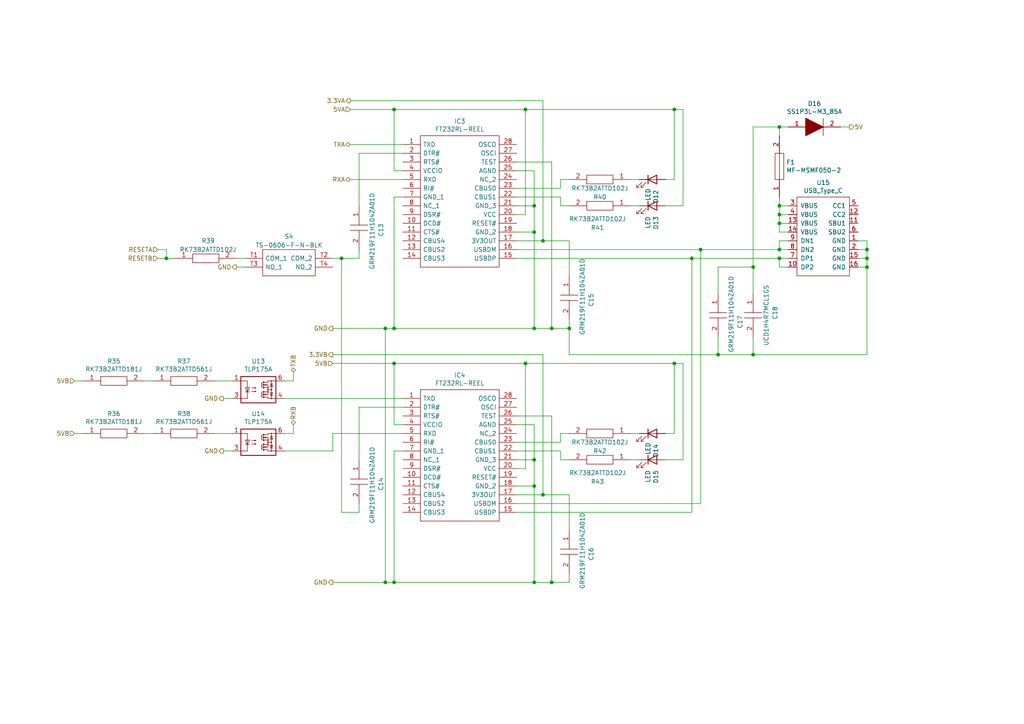
<source format=kicad_sch>
(kicad_sch (version 20230121) (generator eeschema)
  (paper "A4")
  (title_block (title "Bidirectional Serial Communication System") (date "2021-08-24") (company "Kaiyo Academy Robot Club") (comment 1 "Made by Mitsuyoshi Sugaya (Rescue department manager 12th)") (comment 2 "Kaiyo Academy Robot Club") (comment 3 "2021 Common Project") (comment 4 "RN4024 comunication module"))
  (lib_symbols
    (symbol "BSCS USB Type C:USB_Type_C" (pin_names (offset 1.016))
      (property "Reference" "U" (at 0 12.7 0))
      (property "Value" "USB_Type_C" (at 0 15.24 0))
      (symbol "USB_Type_C_0_1"
        (rectangle (start -7.62 11.43) (end 7.62 -11.43))
      )
      (symbol "USB_Type_C_1_1"
        (pin passive line (at 10.16 -1.27 180) (length 2.54) (name "GND") (number "1"))
        (pin passive line (at -10.16 -8.89 0) (length 2.54) (name "DP2") (number "10"))
        (pin passive line (at 10.16 3.81 180) (length 2.54) (name "SBU1") (number "11"))
        (pin passive line (at 10.16 6.35 180) (length 2.54) (name "CC2") (number "12"))
        (pin passive line (at -10.16 3.81 0) (length 2.54) (name "VBUS") (number "13"))
        (pin passive line (at -10.16 1.27 0) (length 2.54) (name "VBUS") (number "14"))
        (pin passive line (at 10.16 -6.35 180) (length 2.54) (name "GND") (number "15"))
        (pin passive line (at 10.16 -8.89 180) (length 2.54) (name "GND") (number "16"))
        (pin passive line (at 10.16 -3.81 180) (length 2.54) (name "GND") (number "2"))
        (pin passive line (at -10.16 8.89 0) (length 2.54) (name "VBUS") (number "3"))
        (pin passive line (at -10.16 6.35 0) (length 2.54) (name "VBUS") (number "4"))
        (pin passive line (at 10.16 8.89 180) (length 2.54) (name "CC1") (number "5"))
        (pin passive line (at 10.16 1.27 180) (length 2.54) (name "SBU2") (number "6"))
        (pin passive line (at -10.16 -6.35 0) (length 2.54) (name "DP1") (number "7"))
        (pin passive line (at -10.16 -3.81 0) (length 2.54) (name "DN2") (number "8"))
        (pin passive line (at -10.16 -1.27 0) (length 2.54) (name "DN1") (number "9"))
      )
    )
    (symbol "Device:LED" (pin_numbers hide) (pin_names (offset 1.016) hide)
      (property "Reference" "D" (at 0 2.54 0))
      (property "Value" "LED" (at 0 -2.54 0))
      (symbol "LED_0_1"
        (polyline (pts (xy -1.27 -1.27) (xy -1.27 1.27)) (stroke (width 0.254)))
        (polyline (pts (xy -1.27 0) (xy 1.27 0)))
        (polyline (pts (xy 1.27 -1.27) (xy 1.27 1.27) (xy -1.27 0) (xy 1.27 -1.27)) (stroke (width 0.254)))
        (polyline (pts (xy -3.048 -0.762) (xy -4.572 -2.286) (xy -3.81 -2.286) (xy -4.572 -2.286) (xy -4.572 -1.524)))
        (polyline (pts (xy -1.778 -0.762) (xy -3.302 -2.286) (xy -2.54 -2.286) (xy -3.302 -2.286) (xy -3.302 -1.524)))
      )
      (symbol "LED_1_1"
        (pin passive line (at -3.81 0 0) (length 2.54) (name "K") (number "1"))
        (pin passive line (at 3.81 0 180) (length 2.54) (name "A") (number "2"))
      )
    )
    (symbol "Relay_SolidState:TLP175A"
      (property "Reference" "U14" (at 0 8.255 0))
      (property "Value" "TLP175A" (at 0 5.9436 0))
      (symbol "TLP175A_0_1"
        (rectangle (start -5.08 3.81) (end 5.08 -3.81) (stroke (width 0.254)))
        (polyline (pts (xy -3.81 -0.635) (xy -2.54 -0.635)))
        (polyline (pts (xy 1.016 -0.635) (xy 1.016 -2.159)) (stroke (width 0.2032)))
        (polyline (pts (xy 1.016 2.159) (xy 1.016 0.635)) (stroke (width 0.2032)))
        (polyline (pts (xy 1.524 -0.508) (xy 1.524 -0.762)) (stroke (width 0.3556)))
        (polyline (pts (xy 2.794 0) (xy 3.81 0)))
        (polyline (pts (xy 3.429 -1.651) (xy 4.191 -1.651)))
        (polyline (pts (xy 3.429 1.651) (xy 4.191 1.651)))
        (polyline (pts (xy 3.81 -2.54) (xy 3.81 2.54)))
        (polyline (pts (xy 1.524 -2.032) (xy 1.524 -2.286) (xy 1.524 -2.286)) (stroke (width 0.3556)))
        (polyline (pts (xy 1.524 -1.27) (xy 1.524 -1.524) (xy 1.524 -1.524)) (stroke (width 0.3556)))
        (polyline (pts (xy 1.524 0.762) (xy 1.524 0.508) (xy 1.524 0.508)) (stroke (width 0.3556)))
        (polyline (pts (xy 1.524 1.524) (xy 1.524 1.27) (xy 1.524 1.27)) (stroke (width 0.3556)))
        (polyline (pts (xy 1.524 2.286) (xy 1.524 2.032) (xy 1.524 2.032)) (stroke (width 0.3556)))
        (polyline (pts (xy 1.651 -1.397) (xy 2.794 -1.397) (xy 2.794 -0.635)))
        (polyline (pts (xy 1.651 1.397) (xy 2.794 1.397) (xy 2.794 0.635)))
        (polyline (pts (xy -5.08 2.54) (xy -3.175 2.54) (xy -3.175 -2.54) (xy -5.08 -2.54)))
        (polyline (pts (xy -3.175 -0.635) (xy -3.81 0.635) (xy -2.54 0.635) (xy -3.175 -0.635)))
        (polyline (pts (xy 1.651 -2.159) (xy 2.794 -2.159) (xy 2.794 -2.54) (xy 5.08 -2.54)))
        (polyline (pts (xy 1.651 -0.635) (xy 2.794 -0.635) (xy 2.794 0.635) (xy 1.651 0.635)))
        (polyline (pts (xy 1.651 2.159) (xy 2.794 2.159) (xy 2.794 2.54) (xy 5.08 2.54)))
        (polyline (pts (xy 1.778 -1.397) (xy 2.286 -1.27) (xy 2.286 -1.524) (xy 1.778 -1.397)))
        (polyline (pts (xy 1.778 1.397) (xy 2.286 1.524) (xy 2.286 1.27) (xy 1.778 1.397)))
        (polyline (pts (xy 3.81 -1.651) (xy 3.429 -0.889) (xy 4.191 -0.889) (xy 3.81 -1.651)))
        (polyline (pts (xy 3.81 1.651) (xy 3.429 0.889) (xy 4.191 0.889) (xy 3.81 1.651)))
        (polyline (pts (xy -1.905 -0.508) (xy -0.635 -0.508) (xy -1.016 -0.635) (xy -1.016 -0.381) (xy -0.635 -0.508)))
        (polyline (pts (xy -1.905 0.508) (xy -0.635 0.508) (xy -1.016 0.381) (xy -1.016 0.635) (xy -0.635 0.508)))
        (circle (center 2.794 -0.635) (radius 0.127))
        (circle (center 2.794 0) (radius 0.127))
        (circle (center 2.794 0.635) (radius 0.127))
        (circle (center 3.81 -2.54) (radius 0.127))
        (circle (center 3.81 0) (radius 0.127))
        (circle (center 3.81 2.54) (radius 0.127))
      )
      (symbol "TLP175A_1_1"
        (pin passive line (at -7.62 2.54 0) (length 2.54) (name "~") (number "1"))
        (pin passive line (at -7.62 -2.54 0) (length 2.54) (name "~") (number "3"))
        (pin passive line (at 7.62 -2.54 180) (length 2.54) (name "~") (number "4"))
        (pin passive line (at 7.62 2.54 180) (length 2.54) (name "~") (number "6"))
      )
    )
    (symbol "SamacSys_Parts:FT232RL-REEL" (pin_names (offset 0.762))
      (property "Reference" "IC" (at 29.21 7.62 0))
      (property "Value" "SamacSys_Parts_FT232RL-REEL" (at 29.21 5.08 0))
      (symbol "FT232RL-REEL_0_0"
        (pin passive line (at 0 0 0) (length 5.08) (name "TXD") (number "1"))
        (pin passive line (at 0 -22.86 0) (length 5.08) (name "DCD#") (number "10"))
        (pin passive line (at 0 -25.4 0) (length 5.08) (name "CTS#") (number "11"))
        (pin passive line (at 0 -27.94 0) (length 5.08) (name "CBUS4") (number "12"))
        (pin passive line (at 0 -30.48 0) (length 5.08) (name "CBUS2") (number "13"))
        (pin passive line (at 0 -33.02 0) (length 5.08) (name "CBUS3") (number "14"))
        (pin passive line (at 33.02 -33.02 180) (length 5.08) (name "USBDP") (number "15"))
        (pin passive line (at 33.02 -30.48 180) (length 5.08) (name "USBDM") (number "16"))
        (pin passive line (at 33.02 -27.94 180) (length 5.08) (name "3V3OUT") (number "17"))
        (pin passive line (at 33.02 -25.4 180) (length 5.08) (name "GND_2") (number "18"))
        (pin passive line (at 33.02 -22.86 180) (length 5.08) (name "RESET#") (number "19"))
        (pin passive line (at 0 -2.54 0) (length 5.08) (name "DTR#") (number "2"))
        (pin passive line (at 33.02 -20.32 180) (length 5.08) (name "VCC") (number "20"))
        (pin passive line (at 33.02 -17.78 180) (length 5.08) (name "GND_3") (number "21"))
        (pin passive line (at 33.02 -15.24 180) (length 5.08) (name "CBUS1") (number "22"))
        (pin passive line (at 33.02 -12.7 180) (length 5.08) (name "CBUS0") (number "23"))
        (pin passive line (at 33.02 -10.16 180) (length 5.08) (name "NC_2") (number "24"))
        (pin passive line (at 33.02 -7.62 180) (length 5.08) (name "AGND") (number "25"))
        (pin passive line (at 33.02 -5.08 180) (length 5.08) (name "TEST") (number "26"))
        (pin passive line (at 33.02 -2.54 180) (length 5.08) (name "OSCI") (number "27"))
        (pin passive line (at 33.02 0 180) (length 5.08) (name "OSCO") (number "28"))
        (pin passive line (at 0 -5.08 0) (length 5.08) (name "RTS#") (number "3"))
        (pin passive line (at 0 -7.62 0) (length 5.08) (name "VCCIO") (number "4"))
        (pin passive line (at 0 -10.16 0) (length 5.08) (name "RXD") (number "5"))
        (pin passive line (at 0 -12.7 0) (length 5.08) (name "RI#") (number "6"))
        (pin passive line (at 0 -15.24 0) (length 5.08) (name "GND_1") (number "7"))
        (pin passive line (at 0 -17.78 0) (length 5.08) (name "NC_1") (number "8"))
        (pin passive line (at 0 -20.32 0) (length 5.08) (name "DSR#") (number "9"))
      )
      (symbol "FT232RL-REEL_0_1"
        (polyline (pts (xy 5.08 2.54) (xy 27.94 2.54) (xy 27.94 -35.56) (xy 5.08 -35.56) (xy 5.08 2.54)) (stroke (width 0.1524)))
      )
    )
    (symbol "SamacSys_Parts:GRM219F11H104ZA01D" (pin_names (offset 0.762))
      (property "Reference" "C" (at 8.89 6.35 0))
      (property "Value" "SamacSys_Parts_GRM219F11H104ZA01D" (at 8.89 3.81 0))
      (symbol "GRM219F11H104ZA01D_0_0"
        (pin passive line (at 0 0 0) (length 5.08) (name "~") (number "1"))
        (pin passive line (at 12.7 0 180) (length 5.08) (name "~") (number "2"))
      )
      (symbol "GRM219F11H104ZA01D_0_1"
        (polyline (pts (xy 5.08 0) (xy 5.588 0)) (stroke (width 0.1524)))
        (polyline (pts (xy 5.588 2.54) (xy 5.588 -2.54)) (stroke (width 0.1524)))
        (polyline (pts (xy 7.112 0) (xy 7.62 0)) (stroke (width 0.1524)))
        (polyline (pts (xy 7.112 2.54) (xy 7.112 -2.54)) (stroke (width 0.1524)))
      )
    )
    (symbol "SamacSys_Parts:MF-MSMF050-2" (pin_names (offset 0.762))
      (property "Reference" "F" (at 13.97 6.35 0))
      (property "Value" "SamacSys_Parts_MF-MSMF050-2" (at 13.97 3.81 0))
      (symbol "MF-MSMF050-2_0_0"
        (pin passive line (at 0 0 0) (length 5.08) (name "~") (number "1"))
        (pin passive line (at 17.78 0 180) (length 5.08) (name "~") (number "2"))
      )
      (symbol "MF-MSMF050-2_0_1"
        (polyline (pts (xy 5.08 0) (xy 12.7 0)) (stroke (width 0.1524)))
        (polyline (pts (xy 5.08 1.27) (xy 12.7 1.27) (xy 12.7 -1.27) (xy 5.08 -1.27) (xy 5.08 1.27)) (stroke (width 0.1524)))
      )
    )
    (symbol "SamacSys_Parts:RK73B2ATTD102J" (pin_names (offset 0.762))
      (property "Reference" "R" (at 13.97 6.35 0))
      (property "Value" "SamacSys_Parts_RK73B2ATTD102J" (at 13.97 3.81 0))
      (symbol "RK73B2ATTD102J_0_0"
        (pin passive line (at 0 0 0) (length 5.08) (name "~") (number "1"))
        (pin passive line (at 17.78 0 180) (length 5.08) (name "~") (number "2"))
      )
      (symbol "RK73B2ATTD102J_0_1"
        (polyline (pts (xy 5.08 1.27) (xy 12.7 1.27) (xy 12.7 -1.27) (xy 5.08 -1.27) (xy 5.08 1.27)) (stroke (width 0.1524)))
      )
    )
    (symbol "SamacSys_Parts:RK73B2ATTD181J" (pin_names (offset 0.762))
      (property "Reference" "R" (at 13.97 6.35 0))
      (property "Value" "SamacSys_Parts_RK73B2ATTD181J" (at 13.97 3.81 0))
      (symbol "RK73B2ATTD181J_0_0"
        (pin passive line (at 0 0 0) (length 5.08) (name "~") (number "1"))
        (pin passive line (at 17.78 0 180) (length 5.08) (name "~") (number "2"))
      )
      (symbol "RK73B2ATTD181J_0_1"
        (polyline (pts (xy 5.08 1.27) (xy 12.7 1.27) (xy 12.7 -1.27) (xy 5.08 -1.27) (xy 5.08 1.27)) (stroke (width 0.1524)))
      )
    )
    (symbol "SamacSys_Parts:RK73B2ATTD561J" (pin_names (offset 0.762))
      (property "Reference" "R" (at 13.97 6.35 0))
      (property "Value" "SamacSys_Parts_RK73B2ATTD561J" (at 13.97 3.81 0))
      (symbol "RK73B2ATTD561J_0_0"
        (pin passive line (at 0 0 0) (length 5.08) (name "~") (number "1"))
        (pin passive line (at 17.78 0 180) (length 5.08) (name "~") (number "2"))
      )
      (symbol "RK73B2ATTD561J_0_1"
        (polyline (pts (xy 5.08 1.27) (xy 12.7 1.27) (xy 12.7 -1.27) (xy 5.08 -1.27) (xy 5.08 1.27)) (stroke (width 0.1524)))
      )
    )
    (symbol "SamacSys_Parts:SS1P3L-M3_85A" (pin_names (offset 0.762))
      (property "Reference" "D" (at 11.43 5.08 0))
      (property "Value" "SamacSys_Parts_SS1P3L-M3_85A" (at 11.43 2.54 0))
      (symbol "SS1P3L-M3_85A_0_0"
        (pin passive line (at 15.24 0 180) (length 5.08) (name "~") (number "1"))
        (pin passive line (at 0 0 0) (length 5.08) (name "~") (number "2"))
      )
      (symbol "SS1P3L-M3_85A_0_1"
        (polyline (pts (xy 5.08 2.54) (xy 5.08 -2.54)) (stroke (width 0.1524)))
        (polyline (pts (xy 5.08 0) (xy 10.16 2.54) (xy 10.16 -2.54) (xy 5.08 0)) (stroke (width 0.254)) (fill (type outline)))
      )
    )
    (symbol "SamacSys_Parts:TS-0606-F-N-BLK" (pin_names (offset 0.762))
      (property "Reference" "S" (at 12.7 6.35 0))
      (property "Value" "SamacSys_Parts_TS-0606-F-N-BLK" (at 3.81 3.81 0))
      (symbol "TS-0606-F-N-BLK_0_0"
        (pin passive line (at 0 0 0) (length 5.08) (name "COM_1") (number "T1"))
        (pin passive line (at 25.4 0 180) (length 5.08) (name "COM_2") (number "T2"))
        (pin passive line (at 0 -2.54 0) (length 5.08) (name "NO_1") (number "T3"))
        (pin passive line (at 25.4 -2.54 180) (length 5.08) (name "NO_2") (number "T4"))
      )
      (symbol "TS-0606-F-N-BLK_0_1"
        (rectangle (start 5.08 2.54) (end 20.32 -5.08))
      )
    )
    (symbol "SamacSys_Parts:UCD1H4R7MCL1GS" (pin_names (offset 0.762))
      (property "Reference" "C" (at 8.89 6.35 0))
      (property "Value" "SamacSys_Parts_UCD1H4R7MCL1GS" (at 8.89 3.81 0))
      (symbol "UCD1H4R7MCL1GS_0_0"
        (pin passive line (at 0 0 0) (length 5.08) (name "~") (number "1"))
        (pin passive line (at 12.7 0 180) (length 5.08) (name "~") (number "2"))
      )
      (symbol "UCD1H4R7MCL1GS_0_1"
        (polyline (pts (xy 5.08 0) (xy 5.588 0)) (stroke (width 0.1524)))
        (polyline (pts (xy 5.588 2.54) (xy 5.588 -2.54)) (stroke (width 0.1524)))
        (polyline (pts (xy 7.112 0) (xy 7.62 0)) (stroke (width 0.1524)))
        (polyline (pts (xy 7.112 2.54) (xy 7.112 -2.54)) (stroke (width 0.1524)))
      )
    )
    (symbol "TLP175A_1"
      (property "Reference" "U13" (at 0 8.255 0))
      (property "Value" "TLP175A" (at 0 5.9436 0))
      (symbol "TLP175A_1_0_1"
        (rectangle (start -5.08 3.81) (end 5.08 -3.81) (stroke (width 0.254)))
        (polyline (pts (xy -3.81 -0.635) (xy -2.54 -0.635)))
        (polyline (pts (xy 1.016 -0.635) (xy 1.016 -2.159)) (stroke (width 0.2032)))
        (polyline (pts (xy 1.016 2.159) (xy 1.016 0.635)) (stroke (width 0.2032)))
        (polyline (pts (xy 1.524 -0.508) (xy 1.524 -0.762)) (stroke (width 0.3556)))
        (polyline (pts (xy 2.794 0) (xy 3.81 0)))
        (polyline (pts (xy 3.429 -1.651) (xy 4.191 -1.651)))
        (polyline (pts (xy 3.429 1.651) (xy 4.191 1.651)))
        (polyline (pts (xy 3.81 -2.54) (xy 3.81 2.54)))
        (polyline (pts (xy 1.524 -2.032) (xy 1.524 -2.286) (xy 1.524 -2.286)) (stroke (width 0.3556)))
        (polyline (pts (xy 1.524 -1.27) (xy 1.524 -1.524) (xy 1.524 -1.524)) (stroke (width 0.3556)))
        (polyline (pts (xy 1.524 0.762) (xy 1.524 0.508) (xy 1.524 0.508)) (stroke (width 0.3556)))
        (polyline (pts (xy 1.524 1.524) (xy 1.524 1.27) (xy 1.524 1.27)) (stroke (width 0.3556)))
        (polyline (pts (xy 1.524 2.286) (xy 1.524 2.032) (xy 1.524 2.032)) (stroke (width 0.3556)))
        (polyline (pts (xy 1.651 -1.397) (xy 2.794 -1.397) (xy 2.794 -0.635)))
        (polyline (pts (xy 1.651 1.397) (xy 2.794 1.397) (xy 2.794 0.635)))
        (polyline (pts (xy -5.08 2.54) (xy -3.175 2.54) (xy -3.175 -2.54) (xy -5.08 -2.54)))
        (polyline (pts (xy -3.175 -0.635) (xy -3.81 0.635) (xy -2.54 0.635) (xy -3.175 -0.635)))
        (polyline (pts (xy 1.651 -2.159) (xy 2.794 -2.159) (xy 2.794 -2.54) (xy 5.08 -2.54)))
        (polyline (pts (xy 1.651 -0.635) (xy 2.794 -0.635) (xy 2.794 0.635) (xy 1.651 0.635)))
        (polyline (pts (xy 1.651 2.159) (xy 2.794 2.159) (xy 2.794 2.54) (xy 5.08 2.54)))
        (polyline (pts (xy 1.778 -1.397) (xy 2.286 -1.27) (xy 2.286 -1.524) (xy 1.778 -1.397)))
        (polyline (pts (xy 1.778 1.397) (xy 2.286 1.524) (xy 2.286 1.27) (xy 1.778 1.397)))
        (polyline (pts (xy 3.81 -1.651) (xy 3.429 -0.889) (xy 4.191 -0.889) (xy 3.81 -1.651)))
        (polyline (pts (xy 3.81 1.651) (xy 3.429 0.889) (xy 4.191 0.889) (xy 3.81 1.651)))
        (polyline (pts (xy -1.905 -0.508) (xy -0.635 -0.508) (xy -1.016 -0.635) (xy -1.016 -0.381) (xy -0.635 -0.508)))
        (polyline (pts (xy -1.905 0.508) (xy -0.635 0.508) (xy -1.016 0.381) (xy -1.016 0.635) (xy -0.635 0.508)))
        (circle (center 2.794 -0.635) (radius 0.127))
        (circle (center 2.794 0) (radius 0.127))
        (circle (center 2.794 0.635) (radius 0.127))
        (circle (center 3.81 -2.54) (radius 0.127))
        (circle (center 3.81 0) (radius 0.127))
        (circle (center 3.81 2.54) (radius 0.127))
      )
      (symbol "TLP175A_1_1_1"
        (pin passive line (at -7.62 2.54 0) (length 2.54) (name "~") (number "1"))
        (pin passive line (at -7.62 -2.54 0) (length 2.54) (name "~") (number "3"))
        (pin passive line (at 7.62 -2.54 180) (length 2.54) (name "~") (number "4"))
        (pin passive line (at 7.62 2.54 180) (length 2.54) (name "~") (number "6"))
      )
    )
  )
  (junction (at 226.06 36.83))
  (junction (at 114.3 95.25))
  (junction (at 226.06 74.93))
  (junction (at 160.02 168.91))
  (junction (at 226.06 64.77))
  (junction (at 114.3 105.41))
  (junction (at 203.2 72.39))
  (junction (at 154.94 95.25))
  (junction (at 226.06 62.23))
  (junction (at 48.26 74.93))
  (junction (at 114.3 31.75))
  (junction (at 154.94 59.69))
  (junction (at 154.94 67.31))
  (junction (at 157.48 143.51))
  (junction (at 218.44 77.47))
  (junction (at 165.1 95.25))
  (junction (at 111.76 95.25))
  (junction (at 251.46 77.47))
  (junction (at 157.48 69.85))
  (junction (at 111.76 168.91))
  (junction (at 208.28 102.87))
  (junction (at 195.58 31.75))
  (junction (at 152.4 31.75))
  (junction (at 200.66 74.93))
  (junction (at 154.94 168.91))
  (junction (at 251.46 74.93))
  (junction (at 195.58 105.41))
  (junction (at 218.44 102.87))
  (junction (at 152.4 105.41))
  (junction (at 160.02 95.25))
  (junction (at 154.94 140.97))
  (junction (at 114.3 168.91))
  (junction (at 226.06 59.69))
  (junction (at 251.46 72.39))
  (junction (at 226.06 72.39))
  (junction (at 99.06 74.93))
  (junction (at 154.94 133.35))
  (wire (pts (xy 149.86 148.59) (xy 200.66 148.59)))
  (wire (pts (xy 251.46 69.85) (xy 251.46 72.39)))
  (wire (pts (xy 101.6 29.21) (xy 157.48 29.21)))
  (wire (pts (xy 165.1 80.01) (xy 165.1 69.85)))
  (wire (pts (xy 154.94 95.25) (xy 160.02 95.25)))
  (wire (pts (xy 251.46 72.39) (xy 251.46 74.93)))
  (wire (pts (xy 96.52 125.73) (xy 116.84 125.73)))
  (wire (pts (xy 228.6 74.93) (xy 226.06 74.93)))
  (wire (pts (xy 149.86 57.15) (xy 162.56 57.15)))
  (wire (pts (xy 195.58 105.41) (xy 195.58 125.73)))
  (wire (pts (xy 21.59 110.49) (xy 24.13 110.49)))
  (wire (pts (xy 154.94 140.97) (xy 154.94 133.35)))
  (wire (pts (xy 149.86 69.85) (xy 157.48 69.85)))
  (wire (pts (xy 226.06 64.77) (xy 226.06 67.31)))
  (wire (pts (xy 99.06 74.93) (xy 99.06 148.59)))
  (wire (pts (xy 182.88 59.69) (xy 185.42 59.69)))
  (wire (pts (xy 114.3 130.81) (xy 114.3 168.91)))
  (wire (pts (xy 182.88 52.07) (xy 185.42 52.07)))
  (wire (pts (xy 160.02 120.65) (xy 160.02 168.91)))
  (wire (pts (xy 226.06 36.83) (xy 228.6 36.83)))
  (wire (pts (xy 182.88 133.35) (xy 185.42 133.35)))
  (wire (pts (xy 114.3 31.75) (xy 152.4 31.75)))
  (wire (pts (xy 114.3 49.53) (xy 116.84 49.53)))
  (wire (pts (xy 99.06 148.59) (xy 104.14 148.59)))
  (wire (pts (xy 226.06 36.83) (xy 226.06 39.37)))
  (wire (pts (xy 41.91 125.73) (xy 44.45 125.73)))
  (wire (pts (xy 101.6 41.91) (xy 116.84 41.91)))
  (wire (pts (xy 251.46 77.47) (xy 248.92 77.47)))
  (wire (pts (xy 200.66 148.59) (xy 200.66 74.93)))
  (wire (pts (xy 149.86 46.99) (xy 160.02 46.99)))
  (wire (pts (xy 251.46 102.87) (xy 251.46 77.47)))
  (wire (pts (xy 111.76 168.91) (xy 111.76 95.25)))
  (wire (pts (xy 162.56 130.81) (xy 162.56 133.35)))
  (wire (pts (xy 111.76 95.25) (xy 114.3 95.25)))
  (wire (pts (xy 96.52 102.87) (xy 157.48 102.87)))
  (wire (pts (xy 149.86 59.69) (xy 154.94 59.69)))
  (wire (pts (xy 96.52 74.93) (xy 99.06 74.93)))
  (wire (pts (xy 104.14 74.93) (xy 104.14 72.39)))
  (wire (pts (xy 228.6 62.23) (xy 226.06 62.23)))
  (wire (pts (xy 48.26 72.39) (xy 48.26 74.93)))
  (wire (pts (xy 114.3 57.15) (xy 116.84 57.15)))
  (wire (pts (xy 101.6 52.07) (xy 116.84 52.07)))
  (wire (pts (xy 195.58 105.41) (xy 152.4 105.41)))
  (wire (pts (xy 21.59 125.73) (xy 24.13 125.73)))
  (wire (pts (xy 104.14 59.69) (xy 104.14 44.45)))
  (wire (pts (xy 101.6 31.75) (xy 114.3 31.75)))
  (wire (pts (xy 226.06 69.85) (xy 226.06 72.39)))
  (wire (pts (xy 96.52 95.25) (xy 111.76 95.25)))
  (wire (pts (xy 157.48 102.87) (xy 157.48 143.51)))
  (wire (pts (xy 160.02 95.25) (xy 165.1 95.25)))
  (wire (pts (xy 67.31 130.81) (xy 64.77 130.81)))
  (wire (pts (xy 160.02 168.91) (xy 165.1 168.91)))
  (wire (pts (xy 96.52 168.91) (xy 111.76 168.91)))
  (wire (pts (xy 149.86 146.05) (xy 203.2 146.05)))
  (wire (pts (xy 162.56 128.27) (xy 162.56 125.73)))
  (wire (pts (xy 218.44 102.87) (xy 218.44 97.79)))
  (wire (pts (xy 149.86 49.53) (xy 154.94 49.53)))
  (wire (pts (xy 193.04 133.35) (xy 198.12 133.35)))
  (wire (pts (xy 67.31 115.57) (xy 64.77 115.57)))
  (wire (pts (xy 82.55 115.57) (xy 116.84 115.57)))
  (wire (pts (xy 243.84 36.83) (xy 246.38 36.83)))
  (wire (pts (xy 248.92 69.85) (xy 251.46 69.85)))
  (wire (pts (xy 154.94 168.91) (xy 160.02 168.91)))
  (wire (pts (xy 162.56 57.15) (xy 162.56 59.69)))
  (wire (pts (xy 248.92 74.93) (xy 251.46 74.93)))
  (wire (pts (xy 82.55 125.73) (xy 85.09 125.73)))
  (wire (pts (xy 114.3 31.75) (xy 114.3 49.53)))
  (wire (pts (xy 218.44 36.83) (xy 226.06 36.83)))
  (wire (pts (xy 208.28 77.47) (xy 218.44 77.47)))
  (wire (pts (xy 160.02 46.99) (xy 160.02 95.25)))
  (wire (pts (xy 96.52 130.81) (xy 96.52 125.73)))
  (wire (pts (xy 154.94 67.31) (xy 154.94 59.69)))
  (wire (pts (xy 45.72 74.93) (xy 48.26 74.93)))
  (wire (pts (xy 114.3 123.19) (xy 116.84 123.19)))
  (wire (pts (xy 149.86 120.65) (xy 160.02 120.65)))
  (wire (pts (xy 165.1 153.67) (xy 165.1 143.51)))
  (wire (pts (xy 152.4 31.75) (xy 152.4 62.23)))
  (wire (pts (xy 162.56 133.35) (xy 165.1 133.35)))
  (wire (pts (xy 154.94 67.31) (xy 154.94 95.25)))
  (wire (pts (xy 154.94 49.53) (xy 154.94 59.69)))
  (wire (pts (xy 195.58 31.75) (xy 195.58 52.07)))
  (wire (pts (xy 157.48 29.21) (xy 157.48 69.85)))
  (wire (pts (xy 226.06 72.39) (xy 228.6 72.39)))
  (wire (pts (xy 104.14 44.45) (xy 116.84 44.45)))
  (wire (pts (xy 48.26 74.93) (xy 50.8 74.93)))
  (wire (pts (xy 99.06 74.93) (xy 104.14 74.93)))
  (wire (pts (xy 165.1 102.87) (xy 208.28 102.87)))
  (wire (pts (xy 198.12 105.41) (xy 195.58 105.41)))
  (wire (pts (xy 114.3 168.91) (xy 154.94 168.91)))
  (wire (pts (xy 162.56 59.69) (xy 165.1 59.69)))
  (wire (pts (xy 248.92 72.39) (xy 251.46 72.39)))
  (wire (pts (xy 149.86 133.35) (xy 154.94 133.35)))
  (wire (pts (xy 218.44 102.87) (xy 251.46 102.87)))
  (wire (pts (xy 157.48 143.51) (xy 165.1 143.51)))
  (wire (pts (xy 218.44 77.47) (xy 218.44 85.09)))
  (wire (pts (xy 162.56 54.61) (xy 162.56 52.07)))
  (wire (pts (xy 198.12 31.75) (xy 195.58 31.75)))
  (wire (pts (xy 149.86 140.97) (xy 154.94 140.97)))
  (wire (pts (xy 198.12 59.69) (xy 198.12 31.75)))
  (wire (pts (xy 85.09 110.49) (xy 85.09 107.95)))
  (wire (pts (xy 193.04 59.69) (xy 198.12 59.69)))
  (wire (pts (xy 41.91 110.49) (xy 44.45 110.49)))
  (wire (pts (xy 96.52 105.41) (xy 114.3 105.41)))
  (wire (pts (xy 228.6 59.69) (xy 226.06 59.69)))
  (wire (pts (xy 226.06 59.69) (xy 226.06 57.15)))
  (wire (pts (xy 203.2 72.39) (xy 226.06 72.39)))
  (wire (pts (xy 208.28 97.79) (xy 208.28 102.87)))
  (wire (pts (xy 104.14 118.11) (xy 116.84 118.11)))
  (wire (pts (xy 203.2 72.39) (xy 203.2 146.05)))
  (wire (pts (xy 226.06 67.31) (xy 228.6 67.31)))
  (wire (pts (xy 228.6 69.85) (xy 226.06 69.85)))
  (wire (pts (xy 85.09 125.73) (xy 85.09 123.19)))
  (wire (pts (xy 226.06 59.69) (xy 226.06 62.23)))
  (wire (pts (xy 165.1 95.25) (xy 165.1 102.87)))
  (wire (pts (xy 152.4 31.75) (xy 195.58 31.75)))
  (wire (pts (xy 114.3 105.41) (xy 114.3 123.19)))
  (wire (pts (xy 62.23 110.49) (xy 67.31 110.49)))
  (wire (pts (xy 114.3 57.15) (xy 114.3 95.25)))
  (wire (pts (xy 149.86 54.61) (xy 162.56 54.61)))
  (wire (pts (xy 149.86 130.81) (xy 162.56 130.81)))
  (wire (pts (xy 162.56 52.07) (xy 165.1 52.07)))
  (wire (pts (xy 218.44 36.83) (xy 218.44 77.47)))
  (wire (pts (xy 251.46 74.93) (xy 251.46 77.47)))
  (wire (pts (xy 208.28 85.09) (xy 208.28 77.47)))
  (wire (pts (xy 182.88 125.73) (xy 185.42 125.73)))
  (wire (pts (xy 114.3 130.81) (xy 116.84 130.81)))
  (wire (pts (xy 226.06 62.23) (xy 226.06 64.77)))
  (wire (pts (xy 154.94 140.97) (xy 154.94 168.91)))
  (wire (pts (xy 68.58 74.93) (xy 71.12 74.93)))
  (wire (pts (xy 149.86 74.93) (xy 200.66 74.93)))
  (wire (pts (xy 198.12 133.35) (xy 198.12 105.41)))
  (wire (pts (xy 165.1 95.25) (xy 165.1 92.71)))
  (wire (pts (xy 149.86 143.51) (xy 157.48 143.51)))
  (wire (pts (xy 149.86 123.19) (xy 154.94 123.19)))
  (wire (pts (xy 165.1 168.91) (xy 165.1 166.37)))
  (wire (pts (xy 149.86 72.39) (xy 203.2 72.39)))
  (wire (pts (xy 45.72 72.39) (xy 48.26 72.39)))
  (wire (pts (xy 226.06 77.47) (xy 228.6 77.47)))
  (wire (pts (xy 111.76 168.91) (xy 114.3 168.91)))
  (wire (pts (xy 68.58 77.47) (xy 71.12 77.47)))
  (wire (pts (xy 62.23 125.73) (xy 67.31 125.73)))
  (wire (pts (xy 200.66 74.93) (xy 226.06 74.93)))
  (wire (pts (xy 193.04 125.73) (xy 195.58 125.73)))
  (wire (pts (xy 226.06 74.93) (xy 226.06 77.47)))
  (wire (pts (xy 228.6 64.77) (xy 226.06 64.77)))
  (wire (pts (xy 152.4 105.41) (xy 114.3 105.41)))
  (wire (pts (xy 149.86 128.27) (xy 162.56 128.27)))
  (wire (pts (xy 104.14 133.35) (xy 104.14 118.11)))
  (wire (pts (xy 152.4 135.89) (xy 149.86 135.89)))
  (wire (pts (xy 162.56 125.73) (xy 165.1 125.73)))
  (wire (pts (xy 82.55 110.49) (xy 85.09 110.49)))
  (wire (pts (xy 152.4 62.23) (xy 149.86 62.23)))
  (wire (pts (xy 193.04 52.07) (xy 195.58 52.07)))
  (wire (pts (xy 149.86 67.31) (xy 154.94 67.31)))
  (wire (pts (xy 104.14 148.59) (xy 104.14 146.05)))
  (wire (pts (xy 154.94 123.19) (xy 154.94 133.35)))
  (wire (pts (xy 208.28 102.87) (xy 218.44 102.87)))
  (wire (pts (xy 82.55 130.81) (xy 96.52 130.81)))
  (wire (pts (xy 157.48 69.85) (xy 165.1 69.85)))
  (wire (pts (xy 152.4 105.41) (xy 152.4 135.89)))
  (wire (pts (xy 114.3 95.25) (xy 154.94 95.25)))
  (hierarchical_label "GND" (shape output) (at 68.58 77.47 180))
  (hierarchical_label "GND" (shape output) (at 64.77 130.81 180))
  (hierarchical_label "GND" (shape output) (at 96.52 168.91 180))
  (hierarchical_label "TXB" (shape bidirectional) (at 85.09 107.95 90))
  (hierarchical_label "GND" (shape output) (at 96.52 95.25 180))
  (hierarchical_label "5VA" (shape input) (at 101.6 31.75 180))
  (hierarchical_label "5VB" (shape input) (at 96.52 105.41 180))
  (hierarchical_label "RESETA" (shape input) (at 45.72 72.39 180))
  (hierarchical_label "5VB" (shape input) (at 21.59 125.73 180))
  (hierarchical_label "3.3VB" (shape output) (at 96.52 102.87 180))
  (hierarchical_label "RXA" (shape bidirectional) (at 101.6 52.07 180))
  (hierarchical_label "RXB" (shape bidirectional) (at 85.09 123.19 90))
  (hierarchical_label "5V" (shape output) (at 246.38 36.83 0))
  (hierarchical_label "3.3VA" (shape output) (at 101.6 29.21 180))
  (hierarchical_label "TXA" (shape bidirectional) (at 101.6 41.91 180))
  (hierarchical_label "GND" (shape output) (at 64.77 115.57 180))
  (hierarchical_label "5VB" (shape input) (at 21.59 110.49 180))
  (hierarchical_label "RESETB" (shape input) (at 45.72 74.93 180))
  (symbol (lib_id "BSCS USB Type C:USB_Type_C") (at 238.76 68.58 0) (unit 1)
    (property "Reference" "U15" (at 238.76 52.959 0))
    (property "Value" "USB_Type_C" (at 238.76 55.2704 0))
    (property "Footprint" "BSCS USB Type C:USB_Type_C" (effects hide))
  )
  (symbol (lib_id "SamacSys_Parts:MF-MSMF050-2") (at 226.06 57.15 90) (unit 1)
    (property "Reference" "F1" (at 228.0412 47.0916 90) (effects (justify right)))
    (property "Value" "MF-MSMF050-2" (at 228.0412 49.403 90) (effects (justify right)))
    (property "Footprint" "SamacSys_Parts:FUSC4632X85N" (effects hide))
    (property "Datasheet" "http://uk.rs-online.com/web/p/products/6478156P" (effects hide))
    (property "Description" "Fuse, PTC, Resettable, SMD, 1812, 500mA Bourns 0.5A Surface Mount Resettable Fuse, 15 V" (effects hide))
    (property "Height" "0.85" (effects hide))
    (property "RS Part Number" "6478156P" (effects hide))
    (property "RS Price/Stock" "http://uk.rs-online.com/web/p/products/6478156P" (effects hide))
    (property "Manufacturer_Name" "Bourns" (effects hide))
    (property "Manufacturer_Part_Number" "MF-MSMF050-2" (effects hide))
    (property "Allied_Number" "70153466" (effects hide))
  )
  (symbol (lib_id "SamacSys_Parts:UCD1H4R7MCL1GS") (at 218.44 85.09 270) (unit 1)
    (property "Reference" "C18" (at 224.79 92.71 0) (effects (justify right)))
    (property "Value" "UCD1H4R7MCL1GS" (at 222.25 100.33 0) (effects (justify right)))
    (property "Footprint" "SamacSys_Parts:CAPAE430X610N" (effects hide))
    (property "Description" "Nichicon 4.7uF 50 V dc Aluminium Electrolytic Capacitor, CD Series 2000h 4 (Dia.) x 5.8mm" (effects hide))
    (property "Height" "6.1" (effects hide))
    (property "Manufacturer_Name" "Nichicon" (effects hide))
    (property "Manufacturer_Part_Number" "UCD1H4R7MCL1GS" (effects hide))
  )
  (symbol (lib_id "SamacSys_Parts:GRM219F11H104ZA01D") (at 208.28 85.09 270) (unit 1)
    (property "Reference" "C17" (at 214.63 91.44 0) (effects (justify left)))
    (property "Value" "GRM219F11H104ZA01D" (at 212.09 80.01 0) (effects (justify left)))
    (property "Footprint" "SamacSys_Parts:CAPC2012X95N" (effects hide))
    (property "Datasheet" "http://www.murata.com/~/media/webrenewal/support/library/catalog/products/capacitor/mlcc/c02e.pdf" (effects hide))
    (property "Description" "Multilayer Ceramic Capacitors MLCC - SMD/SMT" (effects hide))
    (property "Height" "0.95" (effects hide))
    (property "RS Part Number" "7482572" (effects hide))
    (property "RS Price/Stock" "https://uk.rs-online.com/web/p/products/7482572" (effects hide))
    (property "Manufacturer_Name" "Murata Electronics" (effects hide))
    (property "Manufacturer_Part_Number" "GRM219F11H104ZA01D" (effects hide))
  )
  (symbol (lib_id "SamacSys_Parts:SS1P3L-M3_85A") (at 243.84 36.83 180) (unit 1)
    (property "Reference" "D16" (at 236.22 30.0482 0))
    (property "Value" "SS1P3L-M3_85A" (at 236.22 32.3596 0))
    (property "Footprint" "SamacSys_Parts:SMP" (effects hide))
    (property "Datasheet" "https://www.vishay.com/docs/88915/ss1p3l.pdf" (effects hide))
    (property "Description" "Schottky Diodes & Rectifiers 30volt 1.0amp" (effects hide))
    (property "Manufacturer_Name" "Vishay" (effects hide))
    (property "Manufacturer_Part_Number" "SS1P3L-M3/85A" (effects hide))
  )
  (symbol (lib_id "SamacSys_Parts:FT232RL-REEL") (at 116.84 41.91 0) (unit 1)
    (property "Reference" "IC3" (at 133.35 35.179 0))
    (property "Value" "FT232RL-REEL" (at 133.35 37.4904 0))
    (property "Footprint" "SamacSys_Parts:SOP65P778X200-28N" (effects hide))
    (property "Datasheet" "http://uk.rs-online.com/web/p/products/8888732" (effects hide))
    (property "Description" "USB/Serial IC UART SSOP-28 FTDI Chip FT232RL-REEL, USB Controller, 3MBd, USB 2.0, 1.8  5.25 V, 28-Pin SSOP" (effects hide))
    (property "Height" "2" (effects hide))
    (property "RS Part Number" "8888732" (effects hide))
    (property "RS Price/Stock" "http://uk.rs-online.com/web/p/products/8888732" (effects hide))
    (property "Manufacturer_Name" "FTDI Chip" (effects hide))
    (property "Manufacturer_Part_Number" "FT232RL-REEL" (effects hide))
    (property "Allied_Number" "70069389" (effects hide))
  )
  (symbol (lib_id "SamacSys_Parts:RK73B2ATTD102J") (at 182.88 52.07 180) (unit 1)
    (property "Reference" "R40" (at 173.99 57.15 0))
    (property "Value" "RK73B2ATTD102J" (at 173.99 54.61 0))
    (property "Footprint" "SamacSys_Parts:RESC2012X60N" (effects hide))
    (property "Datasheet" "http://uk.rs-online.com/web/p/products/0432337" (effects hide))
    (property "Description" "general purpose 5% tolerance thick film chip resistor" (effects hide))
    (property "Height" "0.6" (effects hide))
    (property "RS Part Number" "0432337" (effects hide))
    (property "RS Price/Stock" "http://uk.rs-online.com/web/p/products/0432337" (effects hide))
    (property "Manufacturer_Name" "KOA Speer" (effects hide))
    (property "Manufacturer_Part_Number" "RK73B2ATTD102J" (effects hide))
  )
  (symbol (lib_id "SamacSys_Parts:RK73B2ATTD102J") (at 182.88 59.69 180) (unit 1)
    (property "Reference" "R41" (at 175.26 66.04 0) (effects (justify left)))
    (property "Value" "RK73B2ATTD102J" (at 181.61 63.5 0) (effects (justify left)))
    (property "Footprint" "SamacSys_Parts:RESC2012X60N" (effects hide))
    (property "Datasheet" "http://uk.rs-online.com/web/p/products/0432337" (effects hide))
    (property "Description" "general purpose 5% tolerance thick film chip resistor" (effects hide))
    (property "Height" "0.6" (effects hide))
    (property "RS Part Number" "0432337" (effects hide))
    (property "RS Price/Stock" "http://uk.rs-online.com/web/p/products/0432337" (effects hide))
    (property "Manufacturer_Name" "KOA Speer" (effects hide))
    (property "Manufacturer_Part_Number" "RK73B2ATTD102J" (effects hide))
  )
  (symbol (lib_id "Device:LED") (at 189.23 52.07 0) (unit 1)
    (property "Reference" "D12" (at 190.2206 55.0672 90) (effects (justify right)))
    (property "Value" "LED" (at 187.96 54.61 90) (effects (justify right)))
    (property "Footprint" "SamacSys_Parts:OSXX0603C1E" (effects hide))
  )
  (symbol (lib_id "Device:LED") (at 189.23 59.69 0) (unit 1)
    (property "Reference" "D13" (at 190.2206 62.6872 90) (effects (justify right)))
    (property "Value" "LED" (at 187.9092 62.6872 90) (effects (justify right)))
    (property "Footprint" "SamacSys_Parts:OSXX0603C1E" (effects hide))
  )
  (symbol (lib_id "SamacSys_Parts:GRM219F11H104ZA01D") (at 165.1 80.01 270) (unit 1)
    (property "Reference" "C15" (at 171.45 85.09 0) (effects (justify left)))
    (property "Value" "GRM219F11H104ZA01D" (at 168.91 74.93 0) (effects (justify left)))
    (property "Footprint" "SamacSys_Parts:CAPC2012X95N" (effects hide))
    (property "Datasheet" "http://www.murata.com/~/media/webrenewal/support/library/catalog/products/capacitor/mlcc/c02e.pdf" (effects hide))
    (property "Description" "Multilayer Ceramic Capacitors MLCC - SMD/SMT" (effects hide))
    (property "Height" "0.95" (effects hide))
    (property "RS Part Number" "7482572" (effects hide))
    (property "RS Price/Stock" "https://uk.rs-online.com/web/p/products/7482572" (effects hide))
    (property "Manufacturer_Name" "Murata Electronics" (effects hide))
    (property "Manufacturer_Part_Number" "GRM219F11H104ZA01D" (effects hide))
  )
  (symbol (lib_id "SamacSys_Parts:GRM219F11H104ZA01D") (at 104.14 59.69 270) (unit 1)
    (property "Reference" "C13" (at 110.49 64.77 0) (effects (justify left)))
    (property "Value" "GRM219F11H104ZA01D" (at 107.95 55.88 0) (effects (justify left)))
    (property "Footprint" "SamacSys_Parts:CAPC2012X95N" (effects hide))
    (property "Datasheet" "http://www.murata.com/~/media/webrenewal/support/library/catalog/products/capacitor/mlcc/c02e.pdf" (effects hide))
    (property "Description" "Multilayer Ceramic Capacitors MLCC - SMD/SMT" (effects hide))
    (property "Height" "0.95" (effects hide))
    (property "RS Part Number" "7482572" (effects hide))
    (property "RS Price/Stock" "https://uk.rs-online.com/web/p/products/7482572" (effects hide))
    (property "Manufacturer_Name" "Murata Electronics" (effects hide))
    (property "Manufacturer_Part_Number" "GRM219F11H104ZA01D" (effects hide))
  )
  (symbol (lib_id "SamacSys_Parts:FT232RL-REEL") (at 116.84 115.57 0) (unit 1)
    (property "Reference" "IC4" (at 133.35 108.839 0))
    (property "Value" "FT232RL-REEL" (at 133.35 111.1504 0))
    (property "Footprint" "SamacSys_Parts:SOP65P778X200-28N" (effects hide))
    (property "Datasheet" "http://uk.rs-online.com/web/p/products/8888732" (effects hide))
    (property "Description" "USB/Serial IC UART SSOP-28 FTDI Chip FT232RL-REEL, USB Controller, 3MBd, USB 2.0, 1.8  5.25 V, 28-Pin SSOP" (effects hide))
    (property "Height" "2" (effects hide))
    (property "RS Part Number" "8888732" (effects hide))
    (property "RS Price/Stock" "http://uk.rs-online.com/web/p/products/8888732" (effects hide))
    (property "Manufacturer_Name" "FTDI Chip" (effects hide))
    (property "Manufacturer_Part_Number" "FT232RL-REEL" (effects hide))
    (property "Allied_Number" "70069389" (effects hide))
  )
  (symbol (lib_id "SamacSys_Parts:RK73B2ATTD102J") (at 182.88 125.73 180) (unit 1)
    (property "Reference" "R42" (at 173.99 130.81 0))
    (property "Value" "RK73B2ATTD102J" (at 173.99 128.27 0))
    (property "Footprint" "SamacSys_Parts:RESC2012X60N" (effects hide))
    (property "Datasheet" "http://uk.rs-online.com/web/p/products/0432337" (effects hide))
    (property "Description" "general purpose 5% tolerance thick film chip resistor" (effects hide))
    (property "Height" "0.6" (effects hide))
    (property "RS Part Number" "0432337" (effects hide))
    (property "RS Price/Stock" "http://uk.rs-online.com/web/p/products/0432337" (effects hide))
    (property "Manufacturer_Name" "KOA Speer" (effects hide))
    (property "Manufacturer_Part_Number" "RK73B2ATTD102J" (effects hide))
  )
  (symbol (lib_id "SamacSys_Parts:RK73B2ATTD102J") (at 182.88 133.35 180) (unit 1)
    (property "Reference" "R43" (at 175.26 139.7 0) (effects (justify left)))
    (property "Value" "RK73B2ATTD102J" (at 181.61 137.16 0) (effects (justify left)))
    (property "Footprint" "SamacSys_Parts:RESC2012X60N" (effects hide))
    (property "Datasheet" "http://uk.rs-online.com/web/p/products/0432337" (effects hide))
    (property "Description" "general purpose 5% tolerance thick film chip resistor" (effects hide))
    (property "Height" "0.6" (effects hide))
    (property "RS Part Number" "0432337" (effects hide))
    (property "RS Price/Stock" "http://uk.rs-online.com/web/p/products/0432337" (effects hide))
    (property "Manufacturer_Name" "KOA Speer" (effects hide))
    (property "Manufacturer_Part_Number" "RK73B2ATTD102J" (effects hide))
  )
  (symbol (lib_id "Device:LED") (at 189.23 125.73 0) (unit 1)
    (property "Reference" "D14" (at 190.2206 128.7272 90) (effects (justify right)))
    (property "Value" "LED" (at 187.96 128.27 90) (effects (justify right)))
    (property "Footprint" "SamacSys_Parts:OSXX0603C1E" (effects hide))
  )
  (symbol (lib_id "Device:LED") (at 189.23 133.35 0) (unit 1)
    (property "Reference" "D15" (at 190.2206 136.3472 90) (effects (justify right)))
    (property "Value" "LED" (at 187.9092 136.3472 90) (effects (justify right)))
    (property "Footprint" "SamacSys_Parts:OSXX0603C1E" (effects hide))
  )
  (symbol (lib_id "SamacSys_Parts:GRM219F11H104ZA01D") (at 165.1 153.67 270) (unit 1)
    (property "Reference" "C16" (at 171.45 158.75 0) (effects (justify left)))
    (property "Value" "GRM219F11H104ZA01D" (at 168.91 148.59 0) (effects (justify left)))
    (property "Footprint" "SamacSys_Parts:CAPC2012X95N" (effects hide))
    (property "Datasheet" "http://www.murata.com/~/media/webrenewal/support/library/catalog/products/capacitor/mlcc/c02e.pdf" (effects hide))
    (property "Description" "Multilayer Ceramic Capacitors MLCC - SMD/SMT" (effects hide))
    (property "Height" "0.95" (effects hide))
    (property "RS Part Number" "7482572" (effects hide))
    (property "RS Price/Stock" "https://uk.rs-online.com/web/p/products/7482572" (effects hide))
    (property "Manufacturer_Name" "Murata Electronics" (effects hide))
    (property "Manufacturer_Part_Number" "GRM219F11H104ZA01D" (effects hide))
  )
  (symbol (lib_id "SamacSys_Parts:GRM219F11H104ZA01D") (at 104.14 133.35 270) (unit 1)
    (property "Reference" "C14" (at 110.49 138.43 0) (effects (justify left)))
    (property "Value" "GRM219F11H104ZA01D" (at 107.95 129.54 0) (effects (justify left)))
    (property "Footprint" "SamacSys_Parts:CAPC2012X95N" (effects hide))
    (property "Datasheet" "http://www.murata.com/~/media/webrenewal/support/library/catalog/products/capacitor/mlcc/c02e.pdf" (effects hide))
    (property "Description" "Multilayer Ceramic Capacitors MLCC - SMD/SMT" (effects hide))
    (property "Height" "0.95" (effects hide))
    (property "RS Part Number" "7482572" (effects hide))
    (property "RS Price/Stock" "https://uk.rs-online.com/web/p/products/7482572" (effects hide))
    (property "Manufacturer_Name" "Murata Electronics" (effects hide))
    (property "Manufacturer_Part_Number" "GRM219F11H104ZA01D" (effects hide))
  )
  (symbol (lib_id "SamacSys_Parts:TS-0606-F-N-BLK") (at 71.12 74.93 0) (unit 1)
    (property "Reference" "S4" (at 83.82 68.58 0))
    (property "Value" "TS-0606-F-N-BLK" (at 83.82 71.12 0))
    (property "Footprint" "SamacSys_Parts:TS0606FNBLK" (effects hide))
    (property "Datasheet" "https://akizukidenshi.com/download/ds/cosland/ts-0606_20200714.pdf" (effects hide))
    (property "Description" "TS-0606-F-N-BLK" (effects hide))
    (property "Height" "13" (effects hide))
    (property "Manufacturer_Name" "Cosland" (effects hide))
    (property "Manufacturer_Part_Number" "TS-0606-F-N-BLK" (effects hide))
  )
  (symbol (lib_id "SamacSys_Parts:RK73B2ATTD102J") (at 50.8 74.93 0) (unit 1)
    (property "Reference" "R39" (at 58.42 69.85 0) (effects (justify left)))
    (property "Value" "RK73B2ATTD102J" (at 52.07 72.39 0) (effects (justify left)))
    (property "Footprint" "SamacSys_Parts:RESC2012X60N" (effects hide))
    (property "Datasheet" "http://uk.rs-online.com/web/p/products/0432337" (effects hide))
    (property "Description" "general purpose 5% tolerance thick film chip resistor" (effects hide))
    (property "Height" "0.6" (effects hide))
    (property "RS Part Number" "0432337" (effects hide))
    (property "RS Price/Stock" "http://uk.rs-online.com/web/p/products/0432337" (effects hide))
    (property "Manufacturer_Name" "KOA Speer" (effects hide))
    (property "Manufacturer_Part_Number" "RK73B2ATTD102J" (effects hide))
  )
  (symbol (lib_name "TLP175A_1") (lib_id "Relay_SolidState:TLP175A") (at 74.93 113.03 0) (unit 1)
    (property "Reference" "U13" (at 74.93 104.775 0))
    (property "Value" "TLP175A" (at 74.93 107.0864 0))
    (property "Footprint" "Package_SO:MFSOP6-4_4.4x3.6mm_P1.27mm" (effects hide))
    (property "Datasheet" "https://toshiba.semicon-storage.com/info/docget.jsp?did=13665&prodName=TLP175A" (effects hide))
  )
  (symbol (lib_id "SamacSys_Parts:RK73B2ATTD181J") (at 24.13 110.49 0) (unit 1)
    (property "Reference" "R35" (at 33.02 104.775 0))
    (property "Value" "RK73B2ATTD181J" (at 33.02 107.0864 0))
    (property "Footprint" "SamacSys_Parts:RESC2012X60N" (effects hide))
    (property "Datasheet" "http://uk.rs-online.com/web/p/products/0432242" (effects hide))
    (property "Description" "Thick Film Resistors - SMD 1/4watts 180ohms 5%" (effects hide))
    (property "Height" "0.6" (effects hide))
    (property "RS Part Number" "0432242" (effects hide))
    (property "RS Price/Stock" "http://uk.rs-online.com/web/p/products/0432242" (effects hide))
    (property "Manufacturer_Name" "KOA Speer" (effects hide))
    (property "Manufacturer_Part_Number" "RK73B2ATTD181J" (effects hide))
  )
  (symbol (lib_id "SamacSys_Parts:RK73B2ATTD561J") (at 44.45 110.49 0) (unit 1)
    (property "Reference" "R37" (at 53.34 104.775 0))
    (property "Value" "RK73B2ATTD561J" (at 53.34 107.0864 0))
    (property "Footprint" "SamacSys_Parts:RESC2012X60N" (effects hide))
    (property "Datasheet" "http://uk.rs-online.com/web/p/products/0432309" (effects hide))
    (property "Description" "KOA Thick Film Surface Mount Resistor 0805 Case 560 +/-5% 0.25W +/-200ppm/C" (effects hide))
    (property "Height" "0.6" (effects hide))
    (property "RS Part Number" "0432309" (effects hide))
    (property "RS Price/Stock" "http://uk.rs-online.com/web/p/products/0432309" (effects hide))
    (property "Manufacturer_Name" "KOA Speer" (effects hide))
    (property "Manufacturer_Part_Number" "RK73B2ATTD561J" (effects hide))
  )
  (symbol (lib_id "SamacSys_Parts:RK73B2ATTD181J") (at 24.13 125.73 0) (unit 1)
    (property "Reference" "R36" (at 33.02 120.015 0))
    (property "Value" "RK73B2ATTD181J" (at 33.02 122.3264 0))
    (property "Footprint" "SamacSys_Parts:RESC2012X60N" (effects hide))
    (property "Datasheet" "http://uk.rs-online.com/web/p/products/0432242" (effects hide))
    (property "Description" "Thick Film Resistors - SMD 1/4watts 180ohms 5%" (effects hide))
    (property "Height" "0.6" (effects hide))
    (property "RS Part Number" "0432242" (effects hide))
    (property "RS Price/Stock" "http://uk.rs-online.com/web/p/products/0432242" (effects hide))
    (property "Manufacturer_Name" "KOA Speer" (effects hide))
    (property "Manufacturer_Part_Number" "RK73B2ATTD181J" (effects hide))
  )
  (symbol (lib_id "SamacSys_Parts:RK73B2ATTD561J") (at 44.45 125.73 0) (unit 1)
    (property "Reference" "R38" (at 53.34 120.015 0))
    (property "Value" "RK73B2ATTD561J" (at 53.34 122.3264 0))
    (property "Footprint" "SamacSys_Parts:RESC2012X60N" (effects hide))
    (property "Datasheet" "http://uk.rs-online.com/web/p/products/0432309" (effects hide))
    (property "Description" "KOA Thick Film Surface Mount Resistor 0805 Case 560 +/-5% 0.25W +/-200ppm/C" (effects hide))
    (property "Height" "0.6" (effects hide))
    (property "RS Part Number" "0432309" (effects hide))
    (property "RS Price/Stock" "http://uk.rs-online.com/web/p/products/0432309" (effects hide))
    (property "Manufacturer_Name" "KOA Speer" (effects hide))
    (property "Manufacturer_Part_Number" "RK73B2ATTD561J" (effects hide))
  )
  (symbol (lib_id "Relay_SolidState:TLP175A") (at 74.93 128.27 0) (unit 1)
    (property "Reference" "U14" (at 74.93 120.015 0))
    (property "Value" "TLP175A" (at 74.93 122.3264 0))
    (property "Footprint" "Package_SO:MFSOP6-4_4.4x3.6mm_P1.27mm" (effects hide))
    (property "Datasheet" "https://toshiba.semicon-storage.com/info/docget.jsp?did=13665&prodName=TLP175A" (effects hide))
  )
)
</source>
